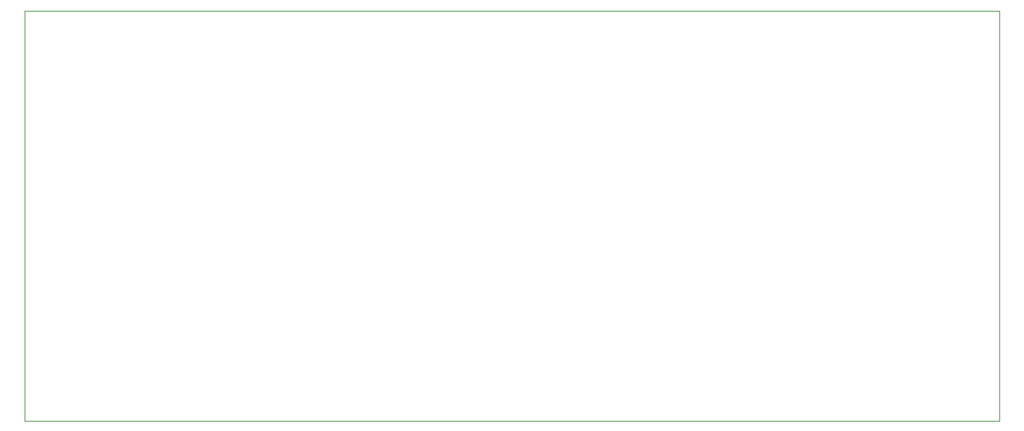
<source format=gbr>
G04 #@! TF.GenerationSoftware,KiCad,Pcbnew,(5.99.0-2858-ga3fc028c9b)*
G04 #@! TF.CreationDate,2020-08-26T16:16:25+02:00*
G04 #@! TF.ProjectId,EDSCH0002-V2-A,45445343-4830-4303-9032-2d56322d412e,V2.0*
G04 #@! TF.SameCoordinates,PX3235458PY54a6c6c*
G04 #@! TF.FileFunction,Profile,NP*
%FSLAX46Y46*%
G04 Gerber Fmt 4.6, Leading zero omitted, Abs format (unit mm)*
G04 Created by KiCad (PCBNEW (5.99.0-2858-ga3fc028c9b)) date 2020-08-26 16:16:25*
%MOMM*%
%LPD*%
G01*
G04 APERTURE LIST*
G04 #@! TA.AperFunction,Profile*
%ADD10C,0.050000*%
G04 #@! TD*
G04 APERTURE END LIST*
D10*
X0Y0D02*
X0Y48000000D01*
X0Y48000000D02*
X114000000Y48000000D01*
X114000000Y0D02*
X0Y0D01*
X114000000Y48000000D02*
X114000000Y0D01*
M02*

</source>
